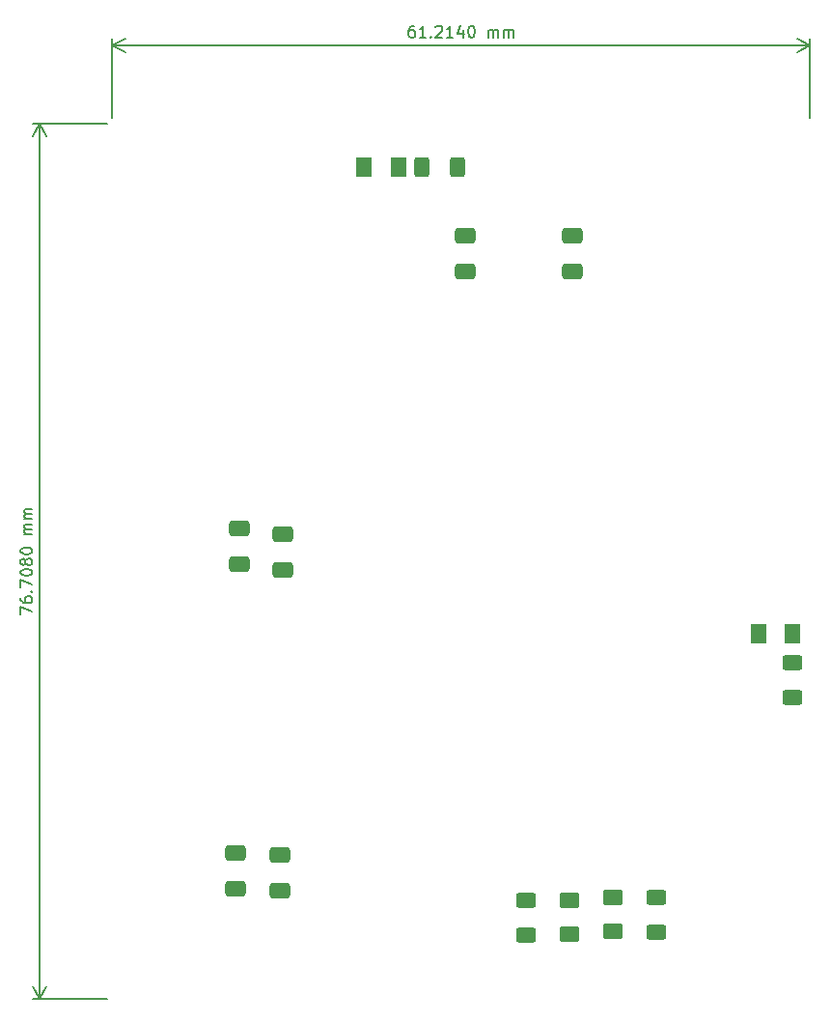
<source format=gbr>
%TF.GenerationSoftware,KiCad,Pcbnew,8.0.5-8.0.5-0~ubuntu24.04.1*%
%TF.CreationDate,2024-10-03T18:51:15+02:00*%
%TF.ProjectId,motor-driver-breakout-v2,6d6f746f-722d-4647-9269-7665722d6272,rev?*%
%TF.SameCoordinates,Original*%
%TF.FileFunction,Paste,Top*%
%TF.FilePolarity,Positive*%
%FSLAX46Y46*%
G04 Gerber Fmt 4.6, Leading zero omitted, Abs format (unit mm)*
G04 Created by KiCad (PCBNEW 8.0.5-8.0.5-0~ubuntu24.04.1) date 2024-10-03 18:51:15*
%MOMM*%
%LPD*%
G01*
G04 APERTURE LIST*
G04 Aperture macros list*
%AMRoundRect*
0 Rectangle with rounded corners*
0 $1 Rounding radius*
0 $2 $3 $4 $5 $6 $7 $8 $9 X,Y pos of 4 corners*
0 Add a 4 corners polygon primitive as box body*
4,1,4,$2,$3,$4,$5,$6,$7,$8,$9,$2,$3,0*
0 Add four circle primitives for the rounded corners*
1,1,$1+$1,$2,$3*
1,1,$1+$1,$4,$5*
1,1,$1+$1,$6,$7*
1,1,$1+$1,$8,$9*
0 Add four rect primitives between the rounded corners*
20,1,$1+$1,$2,$3,$4,$5,0*
20,1,$1+$1,$4,$5,$6,$7,0*
20,1,$1+$1,$6,$7,$8,$9,0*
20,1,$1+$1,$8,$9,$2,$3,0*%
G04 Aperture macros list end*
%ADD10C,0.150000*%
%ADD11RoundRect,0.250000X0.650000X-0.412500X0.650000X0.412500X-0.650000X0.412500X-0.650000X-0.412500X0*%
%ADD12RoundRect,0.250000X0.625000X-0.400000X0.625000X0.400000X-0.625000X0.400000X-0.625000X-0.400000X0*%
%ADD13RoundRect,0.250000X-0.650000X0.412500X-0.650000X-0.412500X0.650000X-0.412500X0.650000X0.412500X0*%
%ADD14RoundRect,0.250001X0.624999X-0.462499X0.624999X0.462499X-0.624999X0.462499X-0.624999X-0.462499X0*%
%ADD15RoundRect,0.250000X0.400000X0.625000X-0.400000X0.625000X-0.400000X-0.625000X0.400000X-0.625000X0*%
%ADD16RoundRect,0.250001X0.462499X0.624999X-0.462499X0.624999X-0.462499X-0.624999X0.462499X-0.624999X0*%
G04 APERTURE END LIST*
D10*
X25736820Y-68928665D02*
X25736820Y-68261999D01*
X25736820Y-68261999D02*
X26736820Y-68690570D01*
X25736820Y-67452475D02*
X25736820Y-67642951D01*
X25736820Y-67642951D02*
X25784439Y-67738189D01*
X25784439Y-67738189D02*
X25832058Y-67785808D01*
X25832058Y-67785808D02*
X25974915Y-67881046D01*
X25974915Y-67881046D02*
X26165391Y-67928665D01*
X26165391Y-67928665D02*
X26546343Y-67928665D01*
X26546343Y-67928665D02*
X26641581Y-67881046D01*
X26641581Y-67881046D02*
X26689201Y-67833427D01*
X26689201Y-67833427D02*
X26736820Y-67738189D01*
X26736820Y-67738189D02*
X26736820Y-67547713D01*
X26736820Y-67547713D02*
X26689201Y-67452475D01*
X26689201Y-67452475D02*
X26641581Y-67404856D01*
X26641581Y-67404856D02*
X26546343Y-67357237D01*
X26546343Y-67357237D02*
X26308248Y-67357237D01*
X26308248Y-67357237D02*
X26213010Y-67404856D01*
X26213010Y-67404856D02*
X26165391Y-67452475D01*
X26165391Y-67452475D02*
X26117772Y-67547713D01*
X26117772Y-67547713D02*
X26117772Y-67738189D01*
X26117772Y-67738189D02*
X26165391Y-67833427D01*
X26165391Y-67833427D02*
X26213010Y-67881046D01*
X26213010Y-67881046D02*
X26308248Y-67928665D01*
X26641581Y-66928665D02*
X26689201Y-66881046D01*
X26689201Y-66881046D02*
X26736820Y-66928665D01*
X26736820Y-66928665D02*
X26689201Y-66976284D01*
X26689201Y-66976284D02*
X26641581Y-66928665D01*
X26641581Y-66928665D02*
X26736820Y-66928665D01*
X25736820Y-66547713D02*
X25736820Y-65881047D01*
X25736820Y-65881047D02*
X26736820Y-66309618D01*
X25736820Y-65309618D02*
X25736820Y-65214380D01*
X25736820Y-65214380D02*
X25784439Y-65119142D01*
X25784439Y-65119142D02*
X25832058Y-65071523D01*
X25832058Y-65071523D02*
X25927296Y-65023904D01*
X25927296Y-65023904D02*
X26117772Y-64976285D01*
X26117772Y-64976285D02*
X26355867Y-64976285D01*
X26355867Y-64976285D02*
X26546343Y-65023904D01*
X26546343Y-65023904D02*
X26641581Y-65071523D01*
X26641581Y-65071523D02*
X26689201Y-65119142D01*
X26689201Y-65119142D02*
X26736820Y-65214380D01*
X26736820Y-65214380D02*
X26736820Y-65309618D01*
X26736820Y-65309618D02*
X26689201Y-65404856D01*
X26689201Y-65404856D02*
X26641581Y-65452475D01*
X26641581Y-65452475D02*
X26546343Y-65500094D01*
X26546343Y-65500094D02*
X26355867Y-65547713D01*
X26355867Y-65547713D02*
X26117772Y-65547713D01*
X26117772Y-65547713D02*
X25927296Y-65500094D01*
X25927296Y-65500094D02*
X25832058Y-65452475D01*
X25832058Y-65452475D02*
X25784439Y-65404856D01*
X25784439Y-65404856D02*
X25736820Y-65309618D01*
X26165391Y-64404856D02*
X26117772Y-64500094D01*
X26117772Y-64500094D02*
X26070153Y-64547713D01*
X26070153Y-64547713D02*
X25974915Y-64595332D01*
X25974915Y-64595332D02*
X25927296Y-64595332D01*
X25927296Y-64595332D02*
X25832058Y-64547713D01*
X25832058Y-64547713D02*
X25784439Y-64500094D01*
X25784439Y-64500094D02*
X25736820Y-64404856D01*
X25736820Y-64404856D02*
X25736820Y-64214380D01*
X25736820Y-64214380D02*
X25784439Y-64119142D01*
X25784439Y-64119142D02*
X25832058Y-64071523D01*
X25832058Y-64071523D02*
X25927296Y-64023904D01*
X25927296Y-64023904D02*
X25974915Y-64023904D01*
X25974915Y-64023904D02*
X26070153Y-64071523D01*
X26070153Y-64071523D02*
X26117772Y-64119142D01*
X26117772Y-64119142D02*
X26165391Y-64214380D01*
X26165391Y-64214380D02*
X26165391Y-64404856D01*
X26165391Y-64404856D02*
X26213010Y-64500094D01*
X26213010Y-64500094D02*
X26260629Y-64547713D01*
X26260629Y-64547713D02*
X26355867Y-64595332D01*
X26355867Y-64595332D02*
X26546343Y-64595332D01*
X26546343Y-64595332D02*
X26641581Y-64547713D01*
X26641581Y-64547713D02*
X26689201Y-64500094D01*
X26689201Y-64500094D02*
X26736820Y-64404856D01*
X26736820Y-64404856D02*
X26736820Y-64214380D01*
X26736820Y-64214380D02*
X26689201Y-64119142D01*
X26689201Y-64119142D02*
X26641581Y-64071523D01*
X26641581Y-64071523D02*
X26546343Y-64023904D01*
X26546343Y-64023904D02*
X26355867Y-64023904D01*
X26355867Y-64023904D02*
X26260629Y-64071523D01*
X26260629Y-64071523D02*
X26213010Y-64119142D01*
X26213010Y-64119142D02*
X26165391Y-64214380D01*
X25736820Y-63404856D02*
X25736820Y-63309618D01*
X25736820Y-63309618D02*
X25784439Y-63214380D01*
X25784439Y-63214380D02*
X25832058Y-63166761D01*
X25832058Y-63166761D02*
X25927296Y-63119142D01*
X25927296Y-63119142D02*
X26117772Y-63071523D01*
X26117772Y-63071523D02*
X26355867Y-63071523D01*
X26355867Y-63071523D02*
X26546343Y-63119142D01*
X26546343Y-63119142D02*
X26641581Y-63166761D01*
X26641581Y-63166761D02*
X26689201Y-63214380D01*
X26689201Y-63214380D02*
X26736820Y-63309618D01*
X26736820Y-63309618D02*
X26736820Y-63404856D01*
X26736820Y-63404856D02*
X26689201Y-63500094D01*
X26689201Y-63500094D02*
X26641581Y-63547713D01*
X26641581Y-63547713D02*
X26546343Y-63595332D01*
X26546343Y-63595332D02*
X26355867Y-63642951D01*
X26355867Y-63642951D02*
X26117772Y-63642951D01*
X26117772Y-63642951D02*
X25927296Y-63595332D01*
X25927296Y-63595332D02*
X25832058Y-63547713D01*
X25832058Y-63547713D02*
X25784439Y-63500094D01*
X25784439Y-63500094D02*
X25736820Y-63404856D01*
X26736820Y-61881046D02*
X26070153Y-61881046D01*
X26165391Y-61881046D02*
X26117772Y-61833427D01*
X26117772Y-61833427D02*
X26070153Y-61738189D01*
X26070153Y-61738189D02*
X26070153Y-61595332D01*
X26070153Y-61595332D02*
X26117772Y-61500094D01*
X26117772Y-61500094D02*
X26213010Y-61452475D01*
X26213010Y-61452475D02*
X26736820Y-61452475D01*
X26213010Y-61452475D02*
X26117772Y-61404856D01*
X26117772Y-61404856D02*
X26070153Y-61309618D01*
X26070153Y-61309618D02*
X26070153Y-61166761D01*
X26070153Y-61166761D02*
X26117772Y-61071522D01*
X26117772Y-61071522D02*
X26213010Y-61023903D01*
X26213010Y-61023903D02*
X26736820Y-61023903D01*
X26736820Y-60547713D02*
X26070153Y-60547713D01*
X26165391Y-60547713D02*
X26117772Y-60500094D01*
X26117772Y-60500094D02*
X26070153Y-60404856D01*
X26070153Y-60404856D02*
X26070153Y-60261999D01*
X26070153Y-60261999D02*
X26117772Y-60166761D01*
X26117772Y-60166761D02*
X26213010Y-60119142D01*
X26213010Y-60119142D02*
X26736820Y-60119142D01*
X26213010Y-60119142D02*
X26117772Y-60071523D01*
X26117772Y-60071523D02*
X26070153Y-59976285D01*
X26070153Y-59976285D02*
X26070153Y-59833428D01*
X26070153Y-59833428D02*
X26117772Y-59738189D01*
X26117772Y-59738189D02*
X26213010Y-59690570D01*
X26213010Y-59690570D02*
X26736820Y-59690570D01*
X33282000Y-25908000D02*
X26845581Y-25908000D01*
X33282000Y-102616000D02*
X26845581Y-102616000D01*
X27432001Y-25908000D02*
X27432001Y-102616000D01*
X27432001Y-25908000D02*
X27432001Y-102616000D01*
X27432001Y-25908000D02*
X28018422Y-27034504D01*
X27432001Y-25908000D02*
X26845580Y-27034504D01*
X27432001Y-102616000D02*
X26845580Y-101489496D01*
X27432001Y-102616000D02*
X28018422Y-101489496D01*
X60246143Y-17354820D02*
X60055667Y-17354820D01*
X60055667Y-17354820D02*
X59960429Y-17402439D01*
X59960429Y-17402439D02*
X59912810Y-17450058D01*
X59912810Y-17450058D02*
X59817572Y-17592915D01*
X59817572Y-17592915D02*
X59769953Y-17783391D01*
X59769953Y-17783391D02*
X59769953Y-18164343D01*
X59769953Y-18164343D02*
X59817572Y-18259581D01*
X59817572Y-18259581D02*
X59865191Y-18307201D01*
X59865191Y-18307201D02*
X59960429Y-18354820D01*
X59960429Y-18354820D02*
X60150905Y-18354820D01*
X60150905Y-18354820D02*
X60246143Y-18307201D01*
X60246143Y-18307201D02*
X60293762Y-18259581D01*
X60293762Y-18259581D02*
X60341381Y-18164343D01*
X60341381Y-18164343D02*
X60341381Y-17926248D01*
X60341381Y-17926248D02*
X60293762Y-17831010D01*
X60293762Y-17831010D02*
X60246143Y-17783391D01*
X60246143Y-17783391D02*
X60150905Y-17735772D01*
X60150905Y-17735772D02*
X59960429Y-17735772D01*
X59960429Y-17735772D02*
X59865191Y-17783391D01*
X59865191Y-17783391D02*
X59817572Y-17831010D01*
X59817572Y-17831010D02*
X59769953Y-17926248D01*
X61293762Y-18354820D02*
X60722334Y-18354820D01*
X61008048Y-18354820D02*
X61008048Y-17354820D01*
X61008048Y-17354820D02*
X60912810Y-17497677D01*
X60912810Y-17497677D02*
X60817572Y-17592915D01*
X60817572Y-17592915D02*
X60722334Y-17640534D01*
X61722334Y-18259581D02*
X61769953Y-18307201D01*
X61769953Y-18307201D02*
X61722334Y-18354820D01*
X61722334Y-18354820D02*
X61674715Y-18307201D01*
X61674715Y-18307201D02*
X61722334Y-18259581D01*
X61722334Y-18259581D02*
X61722334Y-18354820D01*
X62150905Y-17450058D02*
X62198524Y-17402439D01*
X62198524Y-17402439D02*
X62293762Y-17354820D01*
X62293762Y-17354820D02*
X62531857Y-17354820D01*
X62531857Y-17354820D02*
X62627095Y-17402439D01*
X62627095Y-17402439D02*
X62674714Y-17450058D01*
X62674714Y-17450058D02*
X62722333Y-17545296D01*
X62722333Y-17545296D02*
X62722333Y-17640534D01*
X62722333Y-17640534D02*
X62674714Y-17783391D01*
X62674714Y-17783391D02*
X62103286Y-18354820D01*
X62103286Y-18354820D02*
X62722333Y-18354820D01*
X63674714Y-18354820D02*
X63103286Y-18354820D01*
X63389000Y-18354820D02*
X63389000Y-17354820D01*
X63389000Y-17354820D02*
X63293762Y-17497677D01*
X63293762Y-17497677D02*
X63198524Y-17592915D01*
X63198524Y-17592915D02*
X63103286Y-17640534D01*
X64531857Y-17688153D02*
X64531857Y-18354820D01*
X64293762Y-17307201D02*
X64055667Y-18021486D01*
X64055667Y-18021486D02*
X64674714Y-18021486D01*
X65246143Y-17354820D02*
X65341381Y-17354820D01*
X65341381Y-17354820D02*
X65436619Y-17402439D01*
X65436619Y-17402439D02*
X65484238Y-17450058D01*
X65484238Y-17450058D02*
X65531857Y-17545296D01*
X65531857Y-17545296D02*
X65579476Y-17735772D01*
X65579476Y-17735772D02*
X65579476Y-17973867D01*
X65579476Y-17973867D02*
X65531857Y-18164343D01*
X65531857Y-18164343D02*
X65484238Y-18259581D01*
X65484238Y-18259581D02*
X65436619Y-18307201D01*
X65436619Y-18307201D02*
X65341381Y-18354820D01*
X65341381Y-18354820D02*
X65246143Y-18354820D01*
X65246143Y-18354820D02*
X65150905Y-18307201D01*
X65150905Y-18307201D02*
X65103286Y-18259581D01*
X65103286Y-18259581D02*
X65055667Y-18164343D01*
X65055667Y-18164343D02*
X65008048Y-17973867D01*
X65008048Y-17973867D02*
X65008048Y-17735772D01*
X65008048Y-17735772D02*
X65055667Y-17545296D01*
X65055667Y-17545296D02*
X65103286Y-17450058D01*
X65103286Y-17450058D02*
X65150905Y-17402439D01*
X65150905Y-17402439D02*
X65246143Y-17354820D01*
X66769953Y-18354820D02*
X66769953Y-17688153D01*
X66769953Y-17783391D02*
X66817572Y-17735772D01*
X66817572Y-17735772D02*
X66912810Y-17688153D01*
X66912810Y-17688153D02*
X67055667Y-17688153D01*
X67055667Y-17688153D02*
X67150905Y-17735772D01*
X67150905Y-17735772D02*
X67198524Y-17831010D01*
X67198524Y-17831010D02*
X67198524Y-18354820D01*
X67198524Y-17831010D02*
X67246143Y-17735772D01*
X67246143Y-17735772D02*
X67341381Y-17688153D01*
X67341381Y-17688153D02*
X67484238Y-17688153D01*
X67484238Y-17688153D02*
X67579477Y-17735772D01*
X67579477Y-17735772D02*
X67627096Y-17831010D01*
X67627096Y-17831010D02*
X67627096Y-18354820D01*
X68103286Y-18354820D02*
X68103286Y-17688153D01*
X68103286Y-17783391D02*
X68150905Y-17735772D01*
X68150905Y-17735772D02*
X68246143Y-17688153D01*
X68246143Y-17688153D02*
X68389000Y-17688153D01*
X68389000Y-17688153D02*
X68484238Y-17735772D01*
X68484238Y-17735772D02*
X68531857Y-17831010D01*
X68531857Y-17831010D02*
X68531857Y-18354820D01*
X68531857Y-17831010D02*
X68579476Y-17735772D01*
X68579476Y-17735772D02*
X68674714Y-17688153D01*
X68674714Y-17688153D02*
X68817571Y-17688153D01*
X68817571Y-17688153D02*
X68912810Y-17735772D01*
X68912810Y-17735772D02*
X68960429Y-17831010D01*
X68960429Y-17831010D02*
X68960429Y-18354820D01*
X94996000Y-25408000D02*
X94996000Y-18463581D01*
X33782000Y-25408000D02*
X33782000Y-18463581D01*
X94996000Y-19050001D02*
X33782000Y-19050001D01*
X94996000Y-19050001D02*
X33782000Y-19050001D01*
X94996000Y-19050001D02*
X93869496Y-19636422D01*
X94996000Y-19050001D02*
X93869496Y-18463580D01*
X33782000Y-19050001D02*
X34908504Y-18463580D01*
X33782000Y-19050001D02*
X34908504Y-19636422D01*
D11*
%TO.C,C12*%
X44616000Y-92935272D03*
X44616000Y-89810272D03*
%TD*%
%TO.C,C10*%
X48514000Y-93150772D03*
X48514000Y-90025772D03*
%TD*%
D12*
%TO.C,R7*%
X93472000Y-76226000D03*
X93472000Y-73126000D03*
%TD*%
D11*
%TO.C,C14*%
X48768000Y-65062500D03*
X48768000Y-61937500D03*
%TD*%
D13*
%TO.C,C4*%
X74168000Y-35775500D03*
X74168000Y-38900500D03*
%TD*%
%TO.C,C6*%
X64770000Y-35775500D03*
X64770000Y-38900500D03*
%TD*%
D11*
%TO.C,C16*%
X44914000Y-64509272D03*
X44914000Y-61384272D03*
%TD*%
D12*
%TO.C,R1*%
X70104000Y-93954000D03*
X70104000Y-97054000D03*
%TD*%
D14*
%TO.C,D1*%
X73914000Y-94016500D03*
X73914000Y-96991500D03*
%TD*%
D15*
%TO.C,R8*%
X64034000Y-29718000D03*
X60934000Y-29718000D03*
%TD*%
D14*
%TO.C,D2*%
X77724000Y-96737500D03*
X77724000Y-93762500D03*
%TD*%
D16*
%TO.C,D3*%
X90460500Y-70612000D03*
X93435500Y-70612000D03*
%TD*%
D12*
%TO.C,R2*%
X81534000Y-96800000D03*
X81534000Y-93700000D03*
%TD*%
D16*
%TO.C,D4*%
X58855000Y-29718000D03*
X55880000Y-29718000D03*
%TD*%
M02*

</source>
